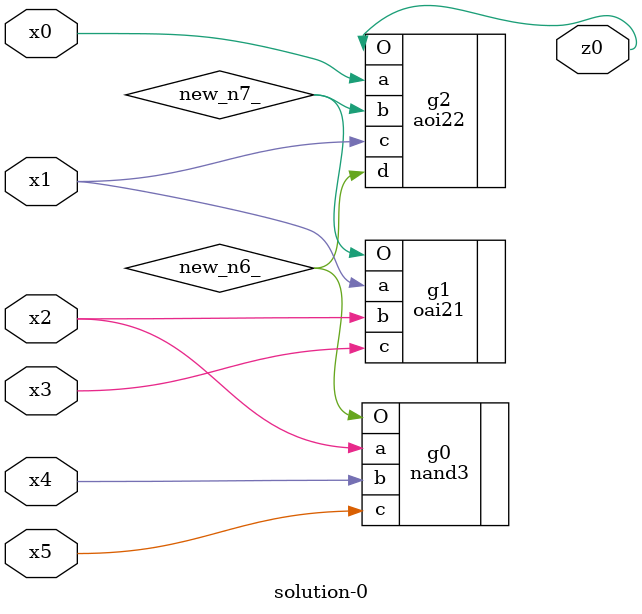
<source format=v>
module \solution-0 (
  x0, x1, x2, x3, x4, x5,
  z0 );
  input x0, x1, x2, x3, x4, x5;
  output z0;
  wire new_n6_, new_n7_;
  nand3  g0(.a(x2), .b(x4), .c(x5), .O(new_n6_));
  oai21  g1(.a(x1), .b(x2), .c(x3), .O(new_n7_));
  aoi22  g2(.a(x0), .b(new_n7_), .c(x1), .d(new_n6_), .O(z0));
endmodule

</source>
